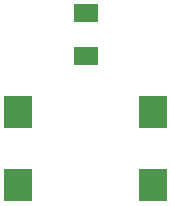
<source format=gbr>
G04 EAGLE Gerber RS-274X export*
G75*
%MOMM*%
%FSLAX34Y34*%
%LPD*%
%INSolderpaste Bottom*%
%IPPOS*%
%AMOC8*
5,1,8,0,0,1.08239X$1,22.5*%
G01*
%ADD10R,2.400000X2.800000*%
%ADD11R,2.100000X1.500000*%


D10*
X463400Y38100D03*
X349400Y38100D03*
X463400Y99100D03*
X349400Y99100D03*
D11*
X406400Y147100D03*
X406400Y183100D03*
M02*

</source>
